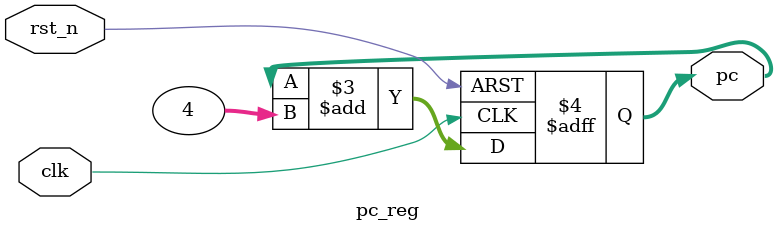
<source format=v>
module pc_reg (
    input clk,
    input rst_n,
    output reg [31:0] pc
);

    always @(posedge clk or negedge rst_n) begin
        if(!rst_n) 
            pc <= 32'h80000000;
        else
            pc <= pc + 32'd4;
    end
endmodule

</source>
